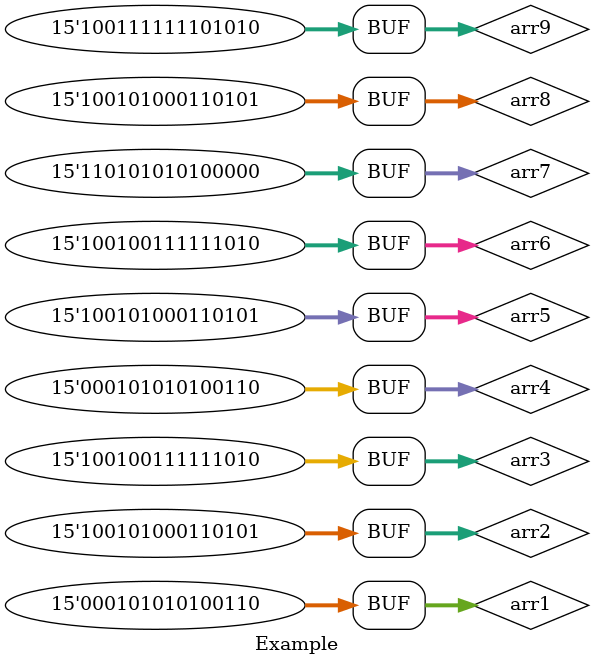
<source format=v>
module Example;

    initial
        $monitor("%b %b %b %b %b %b %b %b %b",
            arr1, arr2, arr3,
            arr4, arr5, arr6,
            arr7, arr8, arr9
        );

    reg [14:0] arr1;
    reg [14:0] arr2;
    reg [14:0] arr3;
    initial begin
        #1; arr1 = 'b100101010100100;
        #1; arr1[0*3+1] = ~arr1[0*3+1];
        #1; arr1[4*3+2] = ~arr1[4*3+2];
        #1; arr2 = 'b100101000110101;
        #1; arr3 = 'b100100111101010;
        #1; arr3[1*3+:3] = arr3[2*3+:3];
    end

    reg [14:0] arr4;
    reg [14:0] arr5;
    reg [14:0] arr6;
    initial begin
        #1; arr4 = 'b100101010100100;
        #1; arr4[0*3+1] = ~arr4[0*3+1];
        #1; arr4[4*3+2] = ~arr4[4*3+2];
        #1; arr5 = 'b100101000110101;
        #1; arr6 = 'b100100111101010;
        #1; arr6[1*3+:3] = arr6[2*3+:3];
    end

    reg [14:0] arr7;
    reg [14:0] arr8;
    reg [14:0] arr9;
    initial begin
        #1; arr7 = 'b100101010100100;
        #1; arr7[(4-0)*3+1] = ~arr7[(4-0)*3+1];
        #1; arr7[(4-4)*3+2] = ~arr7[(4-4)*3+2];
        #1; arr8 = 'b100101000110101;
        #1; arr9 = 'b100100111101010;
        #1; arr9[(4-1)*3+:3] = arr9[(4-2)*3+:3];
    end

endmodule

</source>
